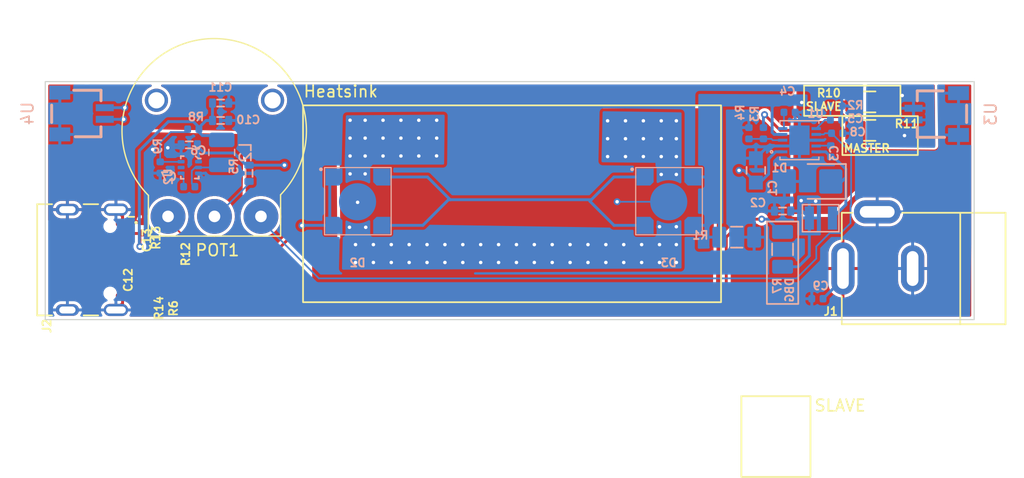
<source format=kicad_pcb>
(kicad_pcb (version 20211014) (generator pcbnew)
  (layers (0 "F.Cu" signal) (31 "B.Cu" signal) (34 "B.Paste" user) (35 "F.Paste" user) (36 "B.SilkS" user "B.Silkscreen") (37 "F.SilkS" user "F.Silkscreen") (38 "B.Mask" user) (39 "F.Mask" user) (44 "Edge.Cuts" user))
  (net 0 "")
  (net 1 "GND")
  (net 2 "+12V")
  (net 3 "Net-(C3-Pad1)")
  (net 4 "Net-(C3-Pad2)")
  (net 5 "Net-(C4-Pad2)")
  (net 6 "Net-(C5-Pad2)")
  (net 11 "SW")
  (net 12 "Net-(POT1-Pad2)")
  (net 13 "Net-(D2-Pad1)")
  (net 14 "Net-(C8-Pad2)")
  (net 15 "/LED DRIVER & USB-C Power output/VBUS")
  (net 16 "A_in")
  (net 17 "C_out")
  (net 18 "Thermal")
  (net 19 "Net-(C7-Pad1)")
  (net 20 "Net-(C7-Pad2)")
  (net 21 "Net-(R3-Pad2)")
  (net 22 "FB")
  (net 23 "Net-(TP1-Pad1)")
  (net 24 "Net-(R8-Pad1)")
  (net 25 "Net-(J2-PadA6)")
  (net 26 "Net-(J2-PadA7)")
  (net 27 "Net-(POT1-Pad1)")
  (footprint "antmicro-footprints:C_0402_1005Metric" (layer "F.Cu") (at 93.45 53.05 -90)
    (fp_text reference "C13" (at 0.001 -0.7 90) (layer "F.SilkS") (effects (font (size 0.7 0.7)) (justify right bottom)))
    (fp_text value "C_100n_0402")
    (pad "1" smd roundrect (at -0.484 0 270) (size 0.59 0.64) (layers "F.Cu" "F.Paste" "F.Mask") (net 1 "GND"))
    (pad "2" smd roundrect (at 0.484 0 270) (size 0.59 0.64) (layers "F.Cu" "F.Paste" "F.Mask") (net 15 "/LED DRIVER & USB-C Power output/VBUS"))
  )
  (footprint "antmicro-footprints:R_0402_1005Metric" (layer "F.Cu") (at 96.1 56.115 90)
    (fp_text reference "R12" (at -0.365 1.4 90) (layer "F.SilkS") (effects (font (size 0.7 0.7)) (justify left bottom)))
    (fp_text value "R_10k_0402")
    (pad "1" smd roundrect (at -0.485 0 90) (size 0.59 0.64) (layers "F.Cu" "F.Paste" "F.Mask") (net 1 "GND"))
    (pad "2" smd roundrect (at 0.485 0 90) (size 0.59 0.64) (layers "F.Cu" "F.Paste" "F.Mask") (net 26 "Net-(J2-PadA7)"))
  )
  (footprint "antmicro-footprints:BarrelJack_3167288_Horizontal" (layer "F.Cu") (at 153.7 56.6 90)
    (fp_text reference "J1" (at -4.1 -1.75 180) (layer "F.SilkS") (effects (font (size 0.7 0.7)) (justify left bottom)))
    (fp_text value "BarrelJack_3167288")
    (pad "1" thru_hole oval (at 0 0) (size 2 4.5) (drill oval 1 3.5) (layers *.Cu *.Mask) (net 2 "+12V"))
    (pad "2" thru_hole oval (at 4.879 2.948 270) (size 1.99 4) (drill oval 1 3) (layers *.Cu *.Mask) (net 1 "GND"))
    (pad "3" thru_hole oval (at 0 5.999 180) (size 2 4) (drill oval 1 3) (layers *.Cu *.Mask) (net 1 "GND"))
  )
  (footprint "antmicro-footprints:GCT_USB4105-GF-A" (layer "F.Cu") (at 88.159645 55.85 -90)
    (fp_text reference "J2" (at 5 2.609644 90) (layer "F.SilkS") (effects (font (size 0.7 0.7)) (justify right bottom)))
    (fp_text value "USB4105-GF-A")
    (pad "" np_thru_hole circle (at 2.89 -2.426 270) (size 0.65 0.65) (drill 0.65) (layers *.Cu *.Mask))
    (pad "" np_thru_hole circle (at -2.891 -2.426 270) (size 0.65 0.65) (drill 0.65) (layers *.Cu *.Mask))
    (pad "A1" smd roundrect (at -3.202 -3.5 270) (size 0.6 1.15) (layers "F.Cu" "F.Paste" "F.Mask") (net 1 "GND"))
    (pad "A4" smd roundrect (at -2.4 -3.5 270) (size 0.6 1.15) (layers "F.Cu" "F.Paste" "F.Mask") (net 15 "/LED DRIVER & USB-C Power output/VBUS"))
    (pad "A5" smd roundrect (at -1.25 -3.5 270) (size 0.3 1.15) (layers "F.Cu" "F.Paste" "F.Mask"))
    (pad "A6" smd roundrect (at -0.25 -3.5 270) (size 0.3 1.15) (layers "F.Cu" "F.Paste" "F.Mask") (net 25 "Net-(J2-PadA6)"))
    (pad "A7" smd roundrect (at 0.248 -3.5 270) (size 0.3 1.15) (layers "F.Cu" "F.Paste" "F.Mask") (net 26 "Net-(J2-PadA7)"))
    (pad "A8" smd roundrect (at 1.249 -3.5 270) (size 0.3 1.15) (layers "F.Cu" "F.Paste" "F.Mask"))
    (pad "A9" smd roundrect (at 2.398 -3.5 270) (size 0.6 1.15) (layers "F.Cu" "F.Paste" "F.Mask") (net 15 "/LED DRIVER & USB-C Power output/VBUS"))
    (pad "A12" smd roundrect (at 3.2 -3.5 270) (size 0.6 1.15) (layers "F.Cu" "F.Paste" "F.Mask") (net 1 "GND"))
    (pad "B1" smd roundrect (at 3.2 -3.5 270) (size 0.6 1.15) (layers "F.Cu" "F.Paste" "F.Mask") (net 1 "GND"))
    (pad "B4" smd roundrect (at 2.398 -3.5 270) (size 0.6 1.15) (layers "F.Cu" "F.Paste" "F.Mask") (net 15 "/LED DRIVER & USB-C Power output/VBUS"))
    (pad "B5" smd roundrect (at 1.749 -3.5 270) (size 0.3 1.15) (layers "F.Cu" "F.Paste" "F.Mask"))
    (pad "B6" smd roundrect (at 0.748 -3.5 270) (size 0.3 1.15) (layers "F.Cu" "F.Paste" "F.Mask") (net 25 "Net-(J2-PadA6)"))
    (pad "B7" smd roundrect (at -0.75 -3.5 270) (size 0.3 1.15) (layers "F.Cu" "F.Paste" "F.Mask") (net 26 "Net-(J2-PadA7)"))
    (pad "B8" smd roundrect (at -1.75 -3.5 270) (size 0.3 1.15) (layers "F.Cu" "F.Paste" "F.Mask"))
    (pad "B9" smd roundrect (at -2.4 -3.5 270) (size 0.6 1.15) (layers "F.Cu" "F.Paste" "F.Mask") (net 15 "/LED DRIVER & USB-C Power output/VBUS"))
    (pad "B12" smd roundrect (at -3.202 -3.5 270) (size 0.6 1.15) (layers "F.Cu" "F.Paste" "F.Mask") (net 1 "GND"))
    (pad "S1" thru_hole oval (at -4.321 -2.926 270) (size 1.05 2.1) (drill oval 0.6 1.7) (layers *.Cu *.Mask) (net 1 "GND"))
    (pad "S1" thru_hole oval (at -4.321 1.255 270) (size 1 2) (drill oval 0.6 1.4) (layers *.Cu *.Mask) (net 1 "GND"))
    (pad "S1" thru_hole oval (at 4.32 -2.926 270) (size 1.05 2.1) (drill oval 0.6 1.7) (layers *.Cu *.Mask) (net 1 "GND"))
    (pad "S1" thru_hole oval (at 4.32 1.255 270) (size 1 2) (drill oval 0.6 1.4) (layers *.Cu *.Mask) (net 1 "GND"))
  )
  (footprint "antmicro-footprints:R_1206_3216Metric" (layer "F.Cu") (at 156 44.7 180)
    (fp_text reference "R11" (at -4.3 0.15) (layer "F.SilkS") (effects (font (size 0.7 0.7)) (justify right bottom)))
    (fp_text value "R_0R_1206")
    (pad "1" smd roundrect (at -1.5 0 180) (size 1.2 1.8) (layers "F.Cu" "F.Paste" "F.Mask") (roundrect_rratio 0.15) (net 17 "C_out"))
    (pad "2" smd roundrect (at 1.499 0 180) (size 1.2 1.8) (layers "F.Cu" "F.Paste" "F.Mask") (roundrect_rratio 0.15) (net 11 "SW"))
  )
  (footprint "antmicro-footprints:R_0402_1005Metric" (layer "F.Cu") (at 94.85 56.115 90)
    (fp_text reference "R13" (at 1.05 0.1 90) (layer "F.SilkS") (effects (font (size 0.7 0.7)) (justify left bottom)))
    (fp_text value "R_100R_0402")
    (pad "1" smd roundrect (at -0.485 0 90) (size 0.59 0.64) (layers "F.Cu" "F.Paste" "F.Mask") (net 25 "Net-(J2-PadA6)"))
    (pad "2" smd roundrect (at 0.485 0 90) (size 0.59 0.64) (layers "F.Cu" "F.Paste" "F.Mask") (net 26 "Net-(J2-PadA7)"))
  )
  (footprint "antmicro-footprints:C_0402_1005Metric" (layer "F.Cu") (at 93.25 58.7 90)
    (fp_text reference "C12" (at 0.001 -0.7 90) (layer "F.SilkS") (effects (font (size 0.7 0.7)) (justify left bottom)))
    (fp_text value "C_100n_0402")
    (pad "1" smd roundrect (at -0.484 0 90) (size 0.59 0.64) (layers "F.Cu" "F.Paste" "F.Mask") (net 1 "GND"))
    (pad "2" smd roundrect (at 0.484 0 90) (size 0.59 0.64) (layers "F.Cu" "F.Paste" "F.Mask") (net 15 "/LED DRIVER & USB-C Power output/VBUS"))
  )
  (footprint "antmicro-footprints:R_0402_1005Metric" (layer "F.Cu") (at 96.1 58.35 -90)
    (fp_text reference "R6" (at 0.9 -0.35 90) (layer "F.SilkS") (effects (font (size 0.7 0.7)) (justify right bottom)))
    (fp_text value "R_20k_0402")
    (pad "1" smd roundrect (at -0.485 0 270) (size 0.59 0.64) (layers "F.Cu" "F.Paste" "F.Mask") (net 1 "GND"))
    (pad "2" smd roundrect (at 0.485 0 270) (size 0.59 0.64) (layers "F.Cu" "F.Paste" "F.Mask") (net 27 "Net-(POT1-Pad1)"))
  )
  (footprint "antmicro-footprints:R_1206_3216Metric" (layer "F.Cu") (at 156 42.25 180)
    (fp_text reference "R10" (at 2.4 0.35) (layer "F.SilkS") (effects (font (size 0.7 0.7)) (justify right bottom)))
    (fp_text value "R_0R_1206")
    (pad "1" smd roundrect (at -1.5 0 180) (size 1.2 1.8) (layers "F.Cu" "F.Paste" "F.Mask") (roundrect_rratio 0.15) (net 17 "C_out"))
    (pad "2" smd roundrect (at 1.499 0 180) (size 1.2 1.8) (layers "F.Cu" "F.Paste" "F.Mask") (roundrect_rratio 0.15) (net 22 "FB"))
  )
  (footprint "antmicro-footprints:Potentiometer_SRPassives_R0141-2_Horizontal" (layer "F.Cu") (at 99.5746 44.6118)
    (fp_text reference "POT1" (at 0.254 10.414 unlocked) (layer "F.SilkS"))
    (fp_text value "R0141-2-20k")
    (pad "" np_thru_hole circle (at -5 -2.5) (size 2 2) (drill 1.4) (layers F&B.Cu *.Mask))
    (pad "" np_thru_hole circle (at 5 -2.5) (size 2 2) (drill 1.4) (layers F&B.Cu *.Mask))
    (pad "1" thru_hole circle (at -4 7.5) (size 3 3) (drill 1) (layers *.Cu *.Mask) (net 27 "Net-(POT1-Pad1)"))
    (pad "2" thru_hole circle (at 0 7.5) (size 3 3) (drill 1) (layers *.Cu *.Mask) (net 12 "Net-(POT1-Pad2)"))
    (pad "3" thru_hole circle (at 4 7.5) (size 3 3) (drill 1) (layers *.Cu *.Mask) (net 14 "Net-(C8-Pad2)"))
  )
  (footprint "antmicro-footprints:R_0402_1005Metric" (layer "F.Cu") (at 94.85 58.265 90)
    (fp_text reference "R14" (at -2.85 0.35 90) (layer "F.SilkS") (effects (font (size 0.7 0.7)) (justify left bottom)))
    (fp_text value "R_10k_0402")
    (pad "1" smd roundrect (at -0.485 0 90) (size 0.59 0.64) (layers "F.Cu" "F.Paste" "F.Mask") (net 1 "GND"))
    (pad "2" smd roundrect (at 0.485 0 90) (size 0.59 0.64) (layers "F.Cu" "F.Paste" "F.Mask") (net 25 "Net-(J2-PadA6)"))
  )
  (footprint "antmicro-footprints:0402-res" (layer "B.Cu") (at 97.75 44.6)
    (fp_text reference "R8" (at -0.55 -0.65) (layer "B.SilkS") (effects (font (size 0.7 0.7)) (justify right bottom mirror)))
    (fp_text value "R_6k8_0402")
    (pad "1" smd roundrect (at -0.485 0) (size 0.59 0.64) (layers "B.Cu" "B.Paste" "B.Mask") (net 24 "Net-(R8-Pad1)"))
    (pad "2" smd roundrect (at 0.485 0) (size 0.59 0.64) (layers "B.Cu" "B.Paste" "B.Mask") (net 15 "/LED DRIVER & USB-C Power output/VBUS"))
  )
  (footprint "antmicro-footprints:SOT-563" (layer "B.Cu") (at 97.45 47.9 -90)
    (fp_text reference "U2" (at 0 1.85 90) (layer "B.SilkS") (effects (font (size 0.7 0.7)) (justify left mirror)))
    (fp_text value "AP62301Z6-7")
    (pad "1" smd roundrect (at -0.5 -0.748 270) (size 0.3 0.6) (layers "B.Cu" "B.Paste" "B.Mask") (net 2 "+12V"))
    (pad "2" smd roundrect (at 0 -0.748 270) (size 0.3 0.6) (layers "B.Cu" "B.Paste" "B.Mask") (net 20 "Net-(C7-Pad2)"))
    (pad "3" smd roundrect (at 0.498 -0.748 270) (size 0.3 0.6) (layers "B.Cu" "B.Paste" "B.Mask") (net 1 "GND"))
    (pad "4" smd roundrect (at 0.498 0.75 270) (size 0.3 0.6) (layers "B.Cu" "B.Paste" "B.Mask") (net 19 "Net-(C7-Pad1)"))
    (pad "5" smd roundrect (at 0 0.75 270) (size 0.3 0.6) (layers "B.Cu" "B.Paste" "B.Mask") (net 23 "Net-(TP1-Pad1)"))
    (pad "6" smd roundrect (at -0.5 0.75 270) (size 0.3 0.6) (layers "B.Cu" "B.Paste" "B.Mask") (net 24 "Net-(R8-Pad1)"))
  )
  (footprint "antmicro-footprints:L_1008_2520Metric" (layer "B.Cu") (at 100.2 46.6 90)
    (fp_text reference "L2" (at 0 2.05 90) (layer "B.SilkS") (effects (justify mirror)))
    (fp_text value "TFM252012ALMA3R3MTAA")
    (pad "1" smd roundrect locked (at -1.075 0 90) (size 1.25 2.2) (layers "B.Cu" "B.Paste" "B.Mask") (roundrect_rratio 0.2) (net 20 "Net-(C7-Pad2)"))
    (pad "2" smd roundrect locked (at 1.075 0 90) (size 1.25 2.2) (layers "B.Cu" "B.Paste" "B.Mask") (roundrect_rratio 0.2) (net 15 "/LED DRIVER & USB-C Power output/VBUS"))
  )
  (footprint "antmicro-footprints:0402-res" (layer "B.Cu") (at 146.85 44.949 -90)
    (fp_text reference "R3" (at -2.45 0.35 90) (layer "B.SilkS") (effects (font (size 0.7 0.7)) (justify left bottom mirror)))
    (fp_text value "R_18k_0402")
    (pad "1" smd roundrect (at -0.485 0 270) (size 0.59 0.64) (layers "B.Cu" "B.Paste" "B.Mask") (net 11 "SW"))
    (pad "2" smd roundrect (at 0.485 0 270) (size 0.59 0.64) (layers "B.Cu" "B.Paste" "B.Mask") (net 21 "Net-(R3-Pad2)"))
  )
  (footprint "antmicro-footprints:0402-cap" (layer "B.Cu") (at 149.1 43.15 180)
    (fp_text reference "C4" (at -0.6 1.4) (layer "B.SilkS") (effects (font (size 0.7 0.7)) (justify left bottom mirror)))
    (fp_text value "C_1n0_0402")
    (pad "1" smd roundrect (at -0.484 0 180) (size 0.59 0.64) (layers "B.Cu" "B.Paste" "B.Mask") (net 1 "GND"))
    (pad "2" smd roundrect (at 0.484 0 180) (size 0.59 0.64) (layers "B.Cu" "B.Paste" "B.Mask") (net 5 "Net-(C4-Pad2)"))
  )
  (footprint "antmicro-footprints:LZ1-00R802_4EP_4.4x4.4" (layer "B.Cu") (at 111.9445 50.8 180)
    (fp_text reference "D2" (at 0.0508 -5.3072 unlocked) (layer "B.SilkS") (effects (font (size 0.7 0.7)) (justify mirror)))
    (fp_text value "LZ1-00R802-0000")
    (pad "1" smd roundrect (at -2.032 2.0828) (size 1.47 1.47) (layers "B.Cu" "B.Paste" "B.Mask") (roundrect_rratio 0) (chamfer_ratio 0.2) (chamfer bottom_left) (net 13 "Net-(D2-Pad1)"))
    (pad "2" smd roundrect (at 2.0828 2.0828 90) (size 1.47 1.47) (layers "B.Cu" "B.Paste" "B.Mask") (roundrect_rratio 0) (chamfer_ratio 0.2) (chamfer bottom_left) (net 16 "A_in"))
    (pad "3" smd roundrect (at 2.0828 -2.0828 180) (size 1.47 1.47) (layers "B.Cu" "B.Paste" "B.Mask") (roundrect_rratio 0) (chamfer_ratio 0.2) (chamfer bottom_left) (net 16 "A_in"))
    (pad "4" smd roundrect (at -2.032 -2.0828 270) (size 1.47 1.47) (layers "B.Cu" "B.Paste" "B.Mask") (roundrect_rratio 0) (chamfer_ratio 0.2) (chamfer bottom_left) (net 13 "Net-(D2-Pad1)"))
    (pad "5" smd circle (at 0.0508 -0.0508 270) (size 3.2 3.2) (layers "B.Cu" "B.Paste" "B.Mask") (net 18 "Thermal"))
  )
  (footprint "antmicro-footprints:0603-res" (layer "B.Cu") (at 102.55 48.4 90)
    (fp_text reference "R5" (at -0.184 -0.9 90) (layer "B.SilkS") (effects (font (size 0.7 0.7)) (justify right bottom mirror)))
    (fp_text value "R_300k_0603")
    (pad "1" smd roundrect (at -0.7 0 90) (size 0.6 0.8) (layers "B.Cu" "B.Paste" "B.Mask") (roundrect_rratio 0.2) (net 12 "Net-(POT1-Pad2)"))
    (pad "2" smd roundrect (at 0.7 0 90) (size 0.6 0.8) (layers "B.Cu" "B.Paste" "B.Mask") (roundrect_rratio 0.2) (net 2 "+12V"))
  )
  (footprint "antmicro-footprints:0402-cap" (layer "B.Cu") (at 153.1 43.8 180)
    (fp_text reference "C5" (at -2.45 -0.3) (layer "B.SilkS") (effects (font (size 0.7 0.7)) (justify left bottom mirror)))
    (fp_text value "C_1n0_0402")
    (pad "1" smd roundrect (at -0.484 0 180) (size 0.59 0.64) (layers "B.Cu" "B.Paste" "B.Mask") (net 1 "GND"))
    (pad "2" smd roundrect (at 0.484 0 180) (size 0.59 0.64) (layers "B.Cu" "B.Paste" "B.Mask") (net 6 "Net-(C5-Pad2)"))
  )
  (footprint "antmicro-footprints:R_0402_1005Metric" (layer "B.Cu") (at 94.9 47.9 90)
    (fp_text reference "R9" (at 1.05 0.2 90) (layer "B.SilkS") (effects (font (size 0.7 0.7)) (justify right bottom mirror)))
    (fp_text value "R_1k3_0402")
    (pad "1" smd roundrect (at -0.485 0 90) (size 0.59 0.64) (layers "B.Cu" "B.Paste" "B.Mask") (net 1 "GND"))
    (pad "2" smd roundrect (at 0.485 0 90) (size 0.59 0.64) (layers "B.Cu" "B.Paste" "B.Mask") (net 24 "Net-(R8-Pad1)"))
  )
  (footprint "antmicro-footprints:0805-cap" (layer "B.Cu") (at 146.2 48.15 -90)
    (fp_text reference "C1" (at 0.75 -1.85 90) (layer "B.SilkS") (effects (font (size 0.7 0.7)) (justify left bottom mirror)))
    (fp_text value "C_10u_0805")
    (pad "1" smd rect (at -1.05 0 270) (size 1.2 1.2) (layers "B.Cu" "B.Paste" "B.Mask") (net 1 "GND"))
    (pad "2" smd rect (at 1.05 0 270) (size 1.2 1.2) (layers "B.Cu" "B.Paste" "B.Mask") (net 2 "+12V"))
  )
  (footprint "antmicro-footprints:0402-res" (layer "B.Cu") (at 153.1 42.6 180)
    (fp_text reference "R2" (at -2.45 -0.35) (layer "B.SilkS") (effects (font (size 0.7 0.7)) (justify left bottom mirror)))
    (fp_text value "R_39k_0402")
    (pad "1" smd roundrect (at -0.485 0 180) (size 0.59 0.64) (layers "B.Cu" "B.Paste" "B.Mask") (net 1 "GND"))
    (pad "2" smd roundrect (at 0.485 0 180) (size 0.59 0.64) (layers "B.Cu" "B.Paste" "B.Mask") (net 6 "Net-(C5-Pad2)"))
  )
  (footprint "antmicro-footprints:MP2483DQ-LF-P" (layer "B.Cu") (at 149.95 45.55)
    (fp_text reference "U1" (at 1.4 -2.3) (layer "B.SilkS") (effects (font (size 0.7 0.7)) (justify mirror)))
    (fp_text value "MP2483DQ-LF-P" hide)
    (pad "1" smd rect locked (at -1.4454 1.000001) (size 0.807999 0.2548) (layers "B.Cu" "B.Paste" "B.Mask") (net 2 "+12V"))
    (pad "2" smd rect locked (at -1.4454 0.499999) (size 0.807999 0.2548) (layers "B.Cu" "B.Paste" "B.Mask") (net 1 "GND"))
    (pad "3" smd rect locked (at -1.4454 0) (size 0.807999 0.2548) (layers "B.Cu" "B.Paste" "B.Mask") (net 21 "Net-(R3-Pad2)"))
    (pad "4" smd rect locked (at -1.4454 -0.499999) (size 0.807999 0.2548) (layers "B.Cu" "B.Paste" "B.Mask") (net 22 "FB"))
    (pad "5" smd rect locked (at -1.4454 -1.000001) (size 0.807999 0.2548) (layers "B.Cu" "B.Paste" "B.Mask") (net 5 "Net-(C4-Pad2)"))
    (pad "6" smd rect locked (at 1.4454 -1.000001) (size 0.807999 0.2548) (layers "B.Cu" "B.Paste" "B.Mask") (net 6 "Net-(C5-Pad2)"))
    (pad "7" smd rect locked (at 1.4454 -0.499999) (size 0.807999 0.2548) (layers "B.Cu" "B.Paste" "B.Mask") (net 14 "Net-(C8-Pad2)"))
    (pad "8" smd rect locked (at 1.4454 0) (size 0.807999 0.2548) (layers "B.Cu" "B.Paste" "B.Mask") (net 1 "GND"))
    (pad "9" smd rect locked (at 1.4454 0.499999) (size 0.807999 0.2548) (layers "B.Cu" "B.Paste" "B.Mask") (net 4 "Net-(C3-Pad2)"))
    (pad "10" smd rect locked (at 1.4454 1.000001) (size 0.807999 0.2548) (layers "B.Cu" "B.Paste" "B.Mask") (net 3 "Net-(C3-Pad1)"))
    (pad "EPAD" smd rect locked (at 0 0) (size 1.7526 2.54) (layers "B.Cu" "B.Paste" "B.Mask") (net 1 "GND"))
  )
  (footprint "antmicro-footprints:0603-cap" (layer "B.Cu") (at 148.5 51.65)
    (fp_text reference "C2" (at -2.9 -0.3) (layer "B.SilkS") (effects (font (size 0.7 0.7)) (justify right bottom mirror)))
    (fp_text value "C_2u2_0603")
    (pad "1" smd roundrect (at -0.7 0) (size 0.6 0.8) (layers "B.Cu" "B.Paste" "B.Mask") (roundrect_rratio 0.2) (net 1 "GND"))
    (pad "2" smd roundrect (at 0.7 0) (size 0.6 0.8) (layers "B.Cu" "B.Paste" "B.Mask") (roundrect_rratio 0.2) (net 11 "SW"))
  )
  (footprint "antmicro-footprints:C_0402_1005Metric" (layer "B.Cu") (at 153.2 44.95 180)
    (fp_text reference "C8" (at -2.55 -0.3) (layer "B.SilkS") (effects (font (size 0.7 0.7)) (justify left bottom mirror)))
    (fp_text value "C_100n_0402")
    (pad "1" smd roundrect (at -0.484 0 180) (size 0.59 0.64) (layers "B.Cu" "B.Paste" "B.Mask") (net 1 "GND"))
    (pad "2" smd roundrect (at 0.484 0 180) (size 0.59 0.64) (layers "B.Cu" "B.Paste" "B.Mask") (net 14 "Net-(C8-Pad2)"))
  )
  (footprint "antmicro-footprints:LZ1-00R802_4EP_4.4x4.4" (layer "B.Cu") (at 138.7445 50.8 180)
    (fp_text reference "D3" (at 0.0508 -5.3072 unlocked) (layer "B.SilkS") (effects (font (size 0.7 0.7)) (justify mirror)))
    (fp_text value "LZ1-00R802-0000")
    (pad "1" smd roundrect (at -2.032 2.0828) (size 1.47 1.47) (layers "B.Cu" "B.Paste" "B.Mask") (roundrect_rratio 0) (chamfer_ratio 0.2) (chamfer bottom_left) (net 22 "FB"))
    (pad "2" smd roundrect (at 2.0828 2.0828 90) (size 1.47 1.47) (layers "B.Cu" "B.Paste" "B.Mask") (roundrect_rratio 0) (chamfer_ratio 0.2) (chamfer bottom_left) (net 13 "Net-(D2-Pad1)"))
    (pad "3" smd roundrect (at 2.0828 -2.0828 180) (size 1.47 1.47) (layers "B.Cu" "B.Paste" "B.Mask") (roundrect_rratio 0) (chamfer_ratio 0.2) (chamfer bottom_left) (net 13 "Net-(D2-Pad1)"))
    (pad "4" smd roundrect (at -2.032 -2.0828 270) (size 1.47 1.47) (layers "B.Cu" "B.Paste" "B.Mask") (roundrect_rratio 0) (chamfer_ratio 0.2) (chamfer bottom_left) (net 22 "FB"))
    (pad "5" smd circle (at 0.0508 -0.0508 270) (size 3.2 3.2) (layers "B.Cu" "B.Paste" "B.Mask") (net 18 "Thermal"))
  )
  (footprint "antmicro-footprints:C_0603_1608Metric" (layer "B.Cu") (at 100.1 42.35 180)
    (fp_text reference "C11" (at -1.1 0.95) (layer "B.SilkS") (effects (font (size 0.7 0.7)) (justify left bottom mirror)))
    (fp_text value "C_22u_0603")
    (pad "1" smd roundrect (at -0.7 0 180) (size 0.6 0.8) (layers "B.Cu" "B.Paste" "B.Mask") (roundrect_rratio 0.2) (net 1 "GND"))
    (pad "2" smd roundrect (at 0.7 0 180) (size 0.6 0.8) (layers "B.Cu" "B.Paste" "B.Mask") (roundrect_rratio 0.2) (net 15 "/LED DRIVER & USB-C Power output/VBUS"))
  )
  (footprint "antmicro-footprints:R_1206_3216Metric" (layer "B.Cu") (at 148.5 54.95 -90)
    (fp_text reference "R7" (at 2.35 0.05 90) (layer "B.SilkS") (effects (font (size 0.7 0.7)) (justify left bottom mirror)))
    (fp_text value "R_0R_1206")
    (pad "1" smd roundrect (at -1.5 0 270) (size 1.2 1.8) (layers "B.Cu" "B.Paste" "B.Mask") (roundrect_rratio 0.15) (net 16 "A_in"))
    (pad "2" smd roundrect (at 1.499 0 270) (size 1.2 1.8) (layers "B.Cu" "B.Paste" "B.Mask") (roundrect_rratio 0.15) (net 11 "SW"))
  )
  (footprint "antmicro-footprints:JST_SM02B-SRSS-TB(LF)(SN)" (layer "B.Cu") (at 161.75 43.3 -90)
    (fp_text reference "U3" (at 0 -4.6736 90) (layer "B.SilkS") (effects (font (size 1.00248 1.00248)) (justify mirror)))
    (fp_text value "SM02B-SRSS-TB-LF-SN")
    (pad "1" smd rect (at -0.5 1.975 180) (size 1.55 0.6) (layers "B.Cu" "B.Paste" "B.Mask") (net 17 "C_out"))
    (pad "2" smd rect (at 0.5 1.975 180) (size 1.55 0.6) (layers "B.Cu" "B.Paste" "B.Mask") (net 17 "C_out"))
    (pad "3" smd rect (at -1.8 -1.9 180) (size 1.8 1.2) (layers "B.Cu" "B.Paste" "B.Mask") (net 1 "GND"))
    (pad "4" smd rect (at 1.8 -1.9 180) (size 1.8 1.2) (layers "B.Cu" "B.Paste" "B.Mask") (net 1 "GND"))
  )
  (footprint "antmicro-footprints:C_0402_1005Metric" (layer "B.Cu") (at 151.5 59.2)
    (fp_text reference "C9" (at -0.5 -0.7) (layer "B.SilkS") (effects (font (size 0.7 0.7)) (justify right bottom mirror)))
    (fp_text value "C_100n_0402")
    (pad "1" smd roundrect (at -0.484 0) (size 0.59 0.64) (layers "B.Cu" "B.Paste" "B.Mask") (net 1 "GND"))
    (pad "2" smd roundrect (at 0.484 0) (size 0.59 0.64) (layers "B.Cu" "B.Paste" "B.Mask") (net 2 "+12V"))
  )
  (footprint "antmicro-footprints:DO-214AC" (layer "B.Cu") (at 150.65 49.1 180)
    (fp_text reference "D1" (at 3.2 0.75) (layer "B.SilkS") (effects (font (size 0.7 0.7)) (justify right bottom mirror)))
    (fp_text value "B360A-M3")
    (pad "A" smd roundrect (at 1.999 0 180) (size 2 2.1) (layers "B.Cu" "B.Paste" "B.Mask") (roundrect_rratio 0.1) (net 1 "GND"))
    (pad "K" smd roundrect (at -2 0 180) (size 2 2.1) (layers "B.Cu" "B.Paste" "B.Mask") (roundrect_rratio 0.1) (net 3 "Net-(C3-Pad1)"))
  )
  (footprint "antmicro-footprints:C_0402_1005Metric" (layer "B.Cu") (at 97.4 49.55)
    (fp_text reference "C7" (at -2.55 -0.45) (layer "B.SilkS") (effects (font (size 0.7 0.7)) (justify right bottom mirror)))
    (fp_text value "C_100n_0402")
    (pad "1" smd roundrect (at -0.484 0) (size 0.59 0.64) (layers "B.Cu" "B.Paste" "B.Mask") (net 19 "Net-(C7-Pad1)"))
    (pad "2" smd roundrect (at 0.484 0) (size 0.59 0.64) (layers "B.Cu" "B.Paste" "B.Mask") (net 20 "Net-(C7-Pad2)"))
  )
  (footprint "antmicro-footprints:JST_SM02B-SRSS-TB(LF)(SN)" (layer "B.Cu") (at 88.15 43.25 90)
    (fp_text reference "U4" (at 0 -4.6736 90) (layer "B.SilkS") (effects (font (size 1.00248 1.00248)) (justify mirror)))
    (fp_text value "SM02B-SRSS-TB-LF-SN")
    (pad "1" smd rect (at -0.5 1.975) (size 1.55 0.6) (layers "B.Cu" "B.Paste" "B.Mask") (net 16 "A_in"))
    (pad "2" smd rect (at 0.5 1.975) (size 1.55 0.6) (layers "B.Cu" "B.Paste" "B.Mask") (net 16 "A_in"))
    (pad "3" smd rect (at -1.8 -1.9) (size 1.8 1.2) (layers "B.Cu" "B.Paste" "B.Mask") (net 1 "GND"))
    (pad "4" smd rect (at 1.8 -1.9) (size 1.8 1.2) (layers "B.Cu" "B.Paste" "B.Mask") (net 1 "GND"))
  )
  (footprint "antmicro-footprints:1206-res" (layer "B.Cu") (at 144.55 53.9 180)
    (fp_text reference "R1" (at 2.35 -0.25) (layer "B.SilkS") (effects (font (size 0.7 0.7)) (justify left bottom mirror)))
    (fp_text value "R_0R2_1206")
    (pad "1" smd roundrect (at -1.5 0 180) (size 1.2 1.8) (layers "B.Cu" "B.Paste" "B.Mask") (roundrect_rratio 0.15) (net 1 "GND"))
    (pad "2" smd roundrect (at 1.499 0 180) (size 1.2 1.8) (layers "B.Cu" "B.Paste" "B.Mask") (roundrect_rratio 0.15) (net 22 "FB"))
  )
  (footprint "antmicro-footprints:C_0402_1005Metric" (layer "B.Cu") (at 152.65 46.5 90)
    (fp_text reference "C3" (at -0.95 0.7 90) (layer "B.SilkS") (effects (font (size 0.7 0.7)) (justify right bottom mirror)))
    (fp_text value "C_100n_0402")
    (pad "1" smd roundrect (at -0.484 0 90) (size 0.59 0.64) (layers "B.Cu" "B.Paste" "B.Mask") (net 3 "Net-(C3-Pad1)"))
    (pad "2" smd roundrect (at 0.484 0 90) (size 0.59 0.64) (layers "B.Cu" "B.Paste" "B.Mask") (net 4 "Net-(C3-Pad2)"))
  )
  (footprint "antmicro-footprints:R_0402_1005Metric" (layer "B.Cu") (at 145.6 44.949 90)
    (fp_text reference "R4" (at 1 -0.35 90) (layer "B.SilkS") (effects (font (size 0.7 0.7)) (justify right bottom mirror)))
    (fp_text value "R_2k_0402")
    (pad "1" smd roundrect (at -0.485 0 90) (size 0.59 0.64) (layers "B.Cu" "B.Paste" "B.Mask") (net 21 "Net-(R3-Pad2)"))
    (pad "2" smd roundrect (at 0.485 0 90) (size 0.59 0.64) (layers "B.Cu" "B.Paste" "B.Mask") (net 1 "GND"))
  )
  (footprint "antmicro-footprints:C_0603_1608Metric" (layer "B.Cu") (at 97.4 45.95)
    (fp_text reference "C6" (at 0 0.9) (layer "B.SilkS") (effects (font (size 0.7 0.7)) (justify right bottom mirror)))
    (fp_text value "C_10u_25V_0603")
    (pad "1" smd roundrect (at -0.7 0) (size 0.6 0.8) (layers "B.Cu" "B.Paste" "B.Mask") (roundrect_rratio 0.2) (net 1 "GND"))
    (pad "2" smd roundrect (at 0.7 0) (size 0.6 0.8) (layers "B.Cu" "B.Paste" "B.Mask") (roundrect_rratio 0.2) (net 2 "+12V"))
  )
  (footprint "antmicro-footprints:C_0603_1608Metric" (layer "B.Cu") (at 100.1 43.85 180)
    (fp_text reference "C10" (at -3.5 -0.35) (layer "B.SilkS") (effects (font (size 0.7 0.7)) (justify left bottom mirror)))
    (fp_text value "C_22u_0603")
    (pad "1" smd roundrect (at -0.7 0 180) (size 0.6 0.8) (layers "B.Cu" "B.Paste" "B.Mask") (roundrect_rratio 0.2) (net 1 "GND"))
    (pad "2" smd roundrect (at 0.7 0 180) (size 0.6 0.8) (layers "B.Cu" "B.Paste" "B.Mask") (roundrect_rratio 0.2) (net 15 "/LED DRIVER & USB-C Power output/VBUS"))
  )
  (footprint "antmicro-footprints:SRP2512A-1R0M" (layer "B.Cu") (at 151.55 52.25 180)
    (fp_text reference "L1" hide)
    (fp_text value "SRP2512A-4R7M" hide)
    (pad "1" smd rect locked (at -1.25 0 90) (size 2 0.8) (layers "B.Cu" "B.Paste" "B.Mask") (net 3 "Net-(C3-Pad1)"))
    (pad "2" smd rect locked (at 0.75 0 90) (size 2 0.8) (layers "B.Cu" "B.Paste" "B.Mask") (net 11 "SW"))
  )
  (gr_rect (start 149.85 52.55) (end 147.15 59.65) (layer "B.SilkS") (width 0.15) (fill none))
  (gr_rect (start 158.65 40.85) (end 150.35 43.45) (layer "F.SilkS") (width 0.15) (fill none))
  (gr_rect (start 153.65 43.475) (end 160.15 46.825) (layer "F.SilkS") (width 0.15) (fill none))
  (gr_rect (start 144.951 67.6) (end 150.901 74.55) (layer "F.SilkS") (width 0.15) (fill none))
  (gr_rect (start 143.2 59.5) (end 107.2 42.55) (layer "F.SilkS") (width 0.15) (fill none))
  (gr_rect (start 85 40.5) (end 165 61) (layer "Edge.Cuts") (width 0.1) (fill none))
  (gr_text "DBG\n" (at 149.1 58.45 90) (layer "B.SilkS") (effects (font (size 0.7 0.7)) (justify mirror)))
  (gr_text "SLAVE\n" (at 152.05 42.65) (layer "F.SilkS") (effects (font (size 0.7 0.7))))
  (gr_text "MASTER\n" (at 155.75 46.25) (layer "F.SilkS") (effects (font (size 0.7 0.7))))
  (gr_text "Heatsink\n" (at 110.45 41.35) (layer "F.SilkS") (effects (font (size 1 1))))
  (gr_text "SLAVE" (at 153.451 68.4) (layer "F.SilkS") (effects (font (size 1 1))))
  (segment (start 91.659645 59.596) (end 91.085645 60.17) (width 0.25) (layer "F.Cu") (net 1))
  (segment (start 95.45 58.45) (end 96.02 57.88) (width 0.25) (layer "F.Cu") (net 1))
  (segment (start 91.659645 59.05) (end 93.116 59.05) (width 0.25) (layer "F.Cu") (net 1))
  (segment (start 93.15 52.616) (end 91.691645 52.616) (width 0.25) (layer "F.Cu") (net 1))
  (segment (start 96.1 56.6) (end 96.1 57.78) (width 0.25) (layer "F.Cu") (net 1))
  (segment (start 93.25 59.184) (end 94.416 59.184) (width 0.25) (layer "F.Cu") (net 1))
  (segment (start 91.659645 59.05) (end 91.659645 59.596) (width 0.25) (layer "F.Cu") (net 1))
  (segment (start 91.659645 52.103) (end 91.085645 51.529) (width 0.25) (layer "F.Cu") (net 1))
  (segment (start 94.416 59.184) (end 94.85 58.75) (width 0.25) (layer "F.Cu") (net 1))
  (segment (start 94.85 58.75) (end 95.15 58.45) (width 0.25) (layer "F.Cu") (net 1))
  (segment (start 95.15 58.45) (end 95.45 58.45) (width 0.25) (layer "F.Cu") (net 1))
  (segment (start 91.659645 52.648) (end 91.659645 52.103) (width 0.25) (layer "F.Cu") (net 1))
  (via (at 95.55 46.2) (size 0.6) (drill 0.3) (layers "F.Cu" "B.Cu") (net 1))
  (via (at 94.25 46.35) (size 0.6) (drill 0.3) (layers "F.Cu" "B.Cu") (net 1))
  (segment (start 98.65 50.3) (end 96.2 50.3) (width 0.25) (layer "B.Cu") (net 1))
  (segment (start 151.3954 45.55) (end 149.95 45.55) (width 0.25) (layer "B.Cu") (net 1))
  (segment (start 148.5046 46.049999) (end 147.250001 46.049999) (width 0.25) (layer "B.Cu") (net 1))
  (segment (start 96.2 50.3) (end 94.9 49) (width 0.25) (layer "B.Cu") (net 1))
  (segment (start 98.75 50.2) (end 98.65 50.3) (width 0.25) (layer "B.Cu") (net 1))
  (segment (start 149.95 45.55) (end 149.95 43.516) (width 0.25) (layer "B.Cu") (net 1))
  (segment (start 146.05 52.116116) (end 146.516116 51.65) (width 0.25) (layer "B.Cu") (net 1))
  (segment (start 96.45 46.2) (end 96.7 45.95) (width 0.25) (layer "B.Cu") (net 1))
  (segment (start 147.250001 46.049999) (end 146.2 47.1) (width 0.25) (layer "B.Cu") (net 1))
  (segment (start 98.198 48.398) (end 98.75 48.95) (width 0.25) (layer "B.Cu") (net 1))
  (segment (start 95.55 46.2) (end 96.45 46.2) (width 0.25) (layer "B.Cu") (net 1))
  (segment (start 146.516116 51.65) (end 147.8 51.65) (width 0.25) (layer "B.Cu") (net 1))
  (segment (start 98.75 48.95) (end 98.75 50.2) (width 0.25) (layer "B.Cu") (net 1))
  (segment (start 94.9 49) (end 94.9 48.385) (width 0.25) (layer "B.Cu") (net 1))
  (segment (start 148.5046 46.049999) (end 149.450001 46.049999) (width 0.25) (layer "B.Cu") (net 1))
  (segment (start 149.95 43.516) (end 149.584 43.15) (width 0.25) (layer "B.Cu") (net 1))
  (segment (start 146.05 53.9) (end 146.05 52.116116) (width 0.25) (layer "B.Cu") (net 1))
  (via (at 105.6 47.7) (size 0.6) (drill 0.3) (layers "F.Cu" "B.Cu") (net 2))
  (via (at 144.75 48.15) (size 0.6) (drill 0.3) (layers "F.Cu" "B.Cu") (net 2))
  (segment (start 98.3 47.298) (end 98.198 47.4) (width 0.25) (layer "B.Cu") (net 2))
  (segment (start 151.984 59.2) (end 153.7 57.484) (width 0.25) (layer "B.Cu") (net 2))
  (segment (start 147.3 47.15) (end 147.3 48.45) (width 0.25) (layer "B.Cu") (net 2))
  (segment (start 101.248528 46.65) (end 98.684 46.65) (width 0.25) (layer "B.Cu") (net 2))
  (segment (start 102.298528 47.7) (end 101.248528 46.65) (width 0.25) (layer "B.Cu") (net 2))
  (segment (start 148.5046 46.550001) (end 147.899999 46.550001) (width 0.25) (layer "B.Cu") (net 2))
  (segment (start 147.899999 46.550001) (end 147.3 47.15) (width 0.25) (layer "B.Cu") (net 2))
  (segment (start 98.2 46.3) (end 98.2 46.65) (width 0.25) (layer "B.Cu") (net 2))
  (segment (start 98.684 46.65) (end 98.234 46.2) (width 0.25) (layer "B.Cu") (net 2))
  (segment (start 98.2 46.65) (end 98.2 47.298) (width 0.25) (layer "B.Cu") (net 2))
  (segment (start 102.55 47.7) (end 105.6 47.7) (width 0.25) (layer "B.Cu") (net 2))
  (segment (start 147.3 48.45) (end 146.55 49.2) (width 0.25) (layer "B.Cu") (net 2))
  (segment (start 144.75 48.15) (end 145.15 48.15) (width 0.25) (layer "B.Cu") (net 2))
  (segment (start 145.15 48.15) (end 146.2 49.2) (width 0.25) (layer "B.Cu") (net 2))
  (segment (start 152.65 49.1) (end 153.6 49.1) (width 0.25) (layer "B.Cu") (net 3))
  (segment (start 152.216001 46.550001) (end 152.65 46.984) (width 0.25) (layer "B.Cu") (net 3))
  (segment (start 153.6 49.1) (end 153.9 48.8) (width 0.25) (layer "B.Cu") (net 3))
  (segment (start 151.3954 46.550001) (end 152.216001 46.550001) (width 0.25) (layer "B.Cu") (net 3))
  (segment (start 152.65 46.984) (end 152.890107 46.984) (width 0.25) (layer "B.Cu") (net 3))
  (segment (start 153.949 51.101) (end 152.8 52.25) (width 0.25) (layer "B.Cu") (net 3))
  (segment (start 152.890107 46.984) (end 153.949 48.042893) (width 0.25) (layer "B.Cu") (net 3))
  (segment (start 153.949 48.042893) (end 153.949 51.101) (width 0.25) (layer "B.Cu") (net 3))
  (segment (start 152.65 46.016) (end 151.429399 46.016) (width 0.15) (layer "B.Cu") (net 4))
  (segment (start 148.616 43.15) (end 148.616 44.438599) (width 0.15) (layer "B.Cu") (net 5))
  (segment (start 148.616 44.438599) (end 148.5046 44.549999) (width 0.15) (layer "B.Cu") (net 5))
  (segment (start 152.145399 43.8) (end 151.3954 44.549999) (width 0.15) (layer "B.Cu") (net 6))
  (segment (start 152.615 42.6) (end 152.615 43.799) (width 0.15) (layer "B.Cu") (net 6))
  (segment (start 152.616 43.8) (end 152.145399 43.8) (width 0.15) (layer "B.Cu") (net 6))
  (segment (start 148.298923 44.7) (end 154.501 44.7) (width 0.25) (layer "F.Cu") (net 11))
  (segment (start 146.948423 43.3495) (end 148.298923 44.7) (width 0.25) (layer "F.Cu") (net 11))
  (via (at 146.948423 43.3495) (size 0.6) (drill 0.3) (layers "F.Cu" "B.Cu") (net 11))
  (via (at 151.35 50.8) (size 0.6) (drill 0.3) (layers "F.Cu" "B.Cu") (net 11))
  (via (at 150.1 50.75) (size 0.6) (drill 0.3) (layers "F.Cu" "B.Cu") (net 11))
  (segment (start 150.8 55.5) (end 150.8 52.25) (width 0.25) (layer "B.Cu") (net 11))
  (segment (start 146.948423 43.3495) (end 146.85 43.447923) (width 0.25) (layer "B.Cu") (net 11))
  (segment (start 149.2 51.65) (end 150.2 51.65) (width 0.25) (layer "B.Cu") (net 11))
  (segment (start 149.851 56.449) (end 150.8 55.5) (width 0.25) (layer "B.Cu") (net 11))
  (segment (start 149.851 56.449) (end 148.5 56.449) (width 0.25) (layer "B.Cu") (net 11))
  (segment (start 146.85 43.447923) (end 146.85 44.464) (width 0.25) (layer "B.Cu") (net 11))
  (segment (start 150.2 51.65) (end 150.8 52.25) (width 0.25) (layer "B.Cu") (net 11))
  (segment (start 102.55 49.2864) (end 99.4746 52.3618) (width 0.15) (layer "B.Cu") (net 12))
  (segment (start 119.875 50.675) (end 119.725 50.675) (width 0.25) (layer "B.Cu") (net 13))
  (segment (start 113.9765 52.8828) (end 117.5172 52.8828) (width 0.25) (layer "B.Cu") (net 13))
  (segment (start 133.9828 52.8828) (end 136.6617 52.8828) (width 0.25) (layer "B.Cu") (net 13))
  (segment (start 132.025 50.675) (end 119.875 50.675) (width 0.25) (layer "B.Cu") (net 13))
  (segment (start 131.9 50.8) (end 133.9828 52.8828) (width 0.25) (layer "B.Cu") (net 13))
  (segment (start 119.875 50.675) (end 117.9172 48.7172) (width 0.25) (layer "B.Cu") (net 13))
  (segment (start 133.9828 48.7172) (end 132.025 50.675) (width 0.25) (layer "B.Cu") (net 13))
  (segment (start 136.6617 48.7172) (end 133.9828 48.7172) (width 0.25) (layer "B.Cu") (net 13))
  (segment (start 117.5172 52.8828) (end 119.725 50.675) (width 0.25) (layer "B.Cu") (net 13))
  (segment (start 132.025 50.675) (end 131.9 50.8) (width 0.25) (layer "B.Cu") (net 13))
  (segment (start 117.9172 48.7172) (end 113.9765 48.7172) (width 0.25) (layer "B.Cu") (net 13))
  (segment (start 151.4 54.7) (end 152.55 53.55) (width 0.15) (layer "B.Cu") (net 14))
  (segment (start 154.348 52.702) (end 154.348 51.184593) (width 0.15) (layer "B.Cu") (net 14))
  (segment (start 152.55 53.55) (end 153.5 53.55) (width 0.15) (layer "B.Cu") (net 14))
  (segment (start 108.5618 57.449) (end 149.699529 57.449) (width 0.15) (layer "B.Cu") (net 14))
  (segment (start 154.4 46.634) (end 152.716 44.95) (width 0.15) (layer "B.Cu") (net 14))
  (segment (start 151.4 55.748529) (end 151.4 54.7) (width 0.15) (layer "B.Cu") (net 14))
  (segment (start 154.348 51.184593) (end 154.4 51.132593) (width 0.15) (layer "B.Cu") (net 14))
  (segment (start 152.716 44.95) (end 152.15 44.95) (width 0.15) (layer "B.Cu") (net 14))
  (segment (start 153.5 53.55) (end 154.348 52.702) (width 0.15) (layer "B.Cu") (net 14))
  (segment (start 152.05 45.05) (end 151.3954 45.050001) (width 0.15) (layer "B.Cu") (net 14))
  (segment (start 103.4746 52.3618) (end 108.5618 57.449) (width 0.15) (layer "B.Cu") (net 14))
  (segment (start 154.4 51.132593) (end 154.4 46.634) (width 0.15) (layer "B.Cu") (net 14))
  (segment (start 149.699529 57.449) (end 151.4 55.748529) (width 0.15) (layer "B.Cu") (net 14))
  (segment (start 152.15 44.95) (end 152.05 45.05) (width 0.15) (layer "B.Cu") (net 14))
  (segment (start 91.119952 53.45) (end 90.334645 54.235307) (width 0.25) (layer "F.Cu") (net 15))
  (segment (start 90.334645 54.235307) (end 90.334645 57.463693) (width 0.25) (layer "F.Cu") (net 15))
  (segment (start 93.25 58.216) (end 91.691645 58.216) (width 0.25) (layer "F.Cu") (net 15))
  (segment (start 93.15 54.7) (end 93.15 53.584) (width 0.25) (layer "F.Cu") (net 15))
  (segment (start 93.15 53.584) (end 91.793645 53.584) (width 0.25) (layer "F.Cu") (net 15))
  (segment (start 91.118952 58.248) (end 91.659645 58.248) (width 0.25) (layer "F.Cu") (net 15))
  (segment (start 91.659645 53.45) (end 91.119952 53.45) (width 0.25) (layer "F.Cu") (net 15))
  (segment (start 90.334645 57.463693) (end 91.118952 58.248) (width 0.25) (layer "F.Cu") (net 15))
  (via (at 93.15 54.7) (size 0.6) (drill 0.3) (layers "F.Cu" "B.Cu") (net 15))
  (segment (start 98.535 45.15) (end 99.825 45.15) (width 0.25) (layer "B.Cu") (net 15))
  (segment (start 95.6 43.95) (end 97.75 43.95) (width 0.25) (layer "B.Cu") (net 15))
  (segment (start 98.235 44.85) (end 98.535 45.15) (width 0.25) (layer "B.Cu") (net 15))
  (segment (start 99.4 43.85) (end 98.85 43.85) (width 0.25) (layer "B.Cu") (net 15))
  (segment (start 99.4 42.35) (end 99.4 43.85) (width 0.25) (layer "B.Cu") (net 15))
  (segment (start 98.85 43.85) (end 98.235 44.465) (width 0.25) (layer "B.Cu") (net 15))
  (segment (start 93.15 54.7) (end 93.1 54.65) (width 0.25) (layer "B.Cu") (net 15))
  (segment (start 93.1 54.65) (end 93.1 46.45) (width 0.25) (layer "B.Cu") (net 15))
  (segment (start 93.1 46.45) (end 95.6 43.95) (width 0.25) (layer "B.Cu") (net 15))
  (segment (start 98.235 44.465) (end 98.235 44.85) (width 0.25) (layer "B.Cu") (net 15))
  (segment (start 97.75 43.95) (end 98.235 44.435) (width 0.25) (layer "B.Cu") (net 15))
  (segment (start 98.235 44.435) (end 98.235 44.465) (width 0.25) (layer "B.Cu") (net 15))
  (segment (start 107.1 52.9) (end 105.2 54.8) (width 0.25) (layer "F.Cu") (net 16))
  (segment (start 143.65 58.9) (end 143.65 53.9) (width 0.25) (layer "F.Cu") (net 16))
  (segment (start 142.95 59.6) (end 143.65 58.9) (width 0.25) (layer "F.Cu") (net 16))
  (segment (start 105.2 54.8) (end 105.2 57.55) (width 0.25) (layer "F.Cu") (net 16))
  (segment (start 105.2 57.55) (end 107.25 59.6) (width 0.25) (layer "F.Cu") (net 16))
  (segment (start 143.65 53.9) (end 145.2 52.35) (width 0.25) (layer "F.Cu") (net 16))
  (segment (start 145.2 52.35) (end 146.7 52.35) (width 0.25) (layer "F.Cu") (net 16))
  (segment (start 107.25 59.6) (end 142.95 59.6) (width 0.25) (layer "F.Cu") (net 16))
  (via (at 107.1 52.9) (size 0.6) (drill 0.3) (layers "F.Cu" "B.Cu") (net 16))
  (via (at 91.75 43.75) (size 0.6) (drill 0.3) (layers "F.Cu" "B.Cu") (net 16))
  (via (at 146.7 52.35) (size 0.6) (drill 0.3) (layers "F.Cu" "B.Cu") (net 16))
  (via (at 91.85 42.75) (size 0.6) (drill 0.3) (layers "F.Cu" "B.Cu") (net 16))
  (segment (start 146.7 52.35) (end 147.2 52.35) (width 0.25) (layer "B.Cu") (net 16))
  (segment (start 91.75 43.75) (end 90.125 43.75) (width 0.25) (layer "B.Cu") (net 16))
  (segment (start 90.125 42.75) (end 91.85 42.75) (width 0.25) (layer "B.Cu") (net 16))
  (segment (start 107.1 52.9) (end 107.1172 52.8828) (width 0.25) (layer "B.Cu") (net 16))
  (segment (start 107.1172 52.8828) (end 109.8617 52.8828) (width 0.25) (layer "B.Cu") (net 16))
  (segment (start 147.2 52.35) (end 148.3 53.45) (width 0.25) (layer "B.Cu") (net 16))
  (segment (start 109.5 49.0789) (end 109.5 52.5211) (width 0.25) (layer "B.Cu") (net 16))
  (via (at 158.8 41.7) (size 0.6) (drill 0.3) (layers "F.Cu" "B.Cu") (net 17))
  (via (at 159 45.15) (size 0.6) (drill 0.3) (layers "F.Cu" "B.Cu") (net 17))
  (via (at 111.25 43.83) (size 0.6) (drill 0.3) (layers "F.Cu" "B.Cu") (net 18))
  (via (at 125.58 54.54) (size 0.6) (drill 0.3) (layers "F.Cu" "B.Cu") (net 18))
  (via (at 111.25 45.37) (size 0.6) (drill 0.3) (layers "F.Cu" "B.Cu") (net 18))
  (via (at 114.09 46.91) (size 0.6) (drill 0.3) (layers "F.Cu" "B.Cu") (net 18))
  (via (at 111.25 46.91) (size 0.6) (drill 0.3) (layers "F.Cu" "B.Cu") (net 18))
  (via (at 118.7 46.9) (size 0.6) (drill 0.3) (layers "F.Cu" "B.Cu") (net 18))
  (via (at 122.5 54.54) (size 0.6) (drill 0.3) (layers "F.Cu" "B.Cu") (net 18))
  (via (at 136.51 45.42) (size 0.6) (drill 0.3) (layers "F.Cu" "B.Cu") (net 18))
  (via (at 117.88 54.54) (size 0.6) (drill 0.3) (layers "F.Cu" "B.Cu") (net 18))
  (via (at 133.28 54.54) (size 0.6) (drill 0.3) (layers "F.Cu" "B.Cu") (net 18))
  (via (at 130.2 54.54) (size 0.6) (drill 0.3) (layers "F.Cu" "B.Cu") (net 18))
  (via (at 111.72 56.08) (size 0.6) (drill 0.3) (layers "F.Cu" "B.Cu") (net 18))
  (via (at 134.97 45.42) (size 0.6) (drill 0.3) (layers "F.Cu" "B.Cu") (net 18))
  (via (at 117.17 43.83) (size 0.6) (drill 0.3) (layers "F.Cu" "B.Cu") (net 18))
  (via (at 131.74 54.54) (size 0.6) (drill 0.3) (layers "F.Cu" "B.Cu") (net 18))
  (via (at 112.55 48.45) (size 0.6) (drill 0.3) (layers "F.Cu" "B.Cu") (net 18))
  (via (at 112.55 45.37) (size 0.6) (drill 0.3) (layers "F.Cu" "B.Cu") (net 18))
  (via (at 138.05 48.5) (size 0.6) (drill 0.3) (layers "F.Cu" "B.Cu") (net 18))
  (via (at 114.09 43.83) (size 0.6) (drill 0.3) (layers "F.Cu" "B.Cu") (net 18))
  (via (at 128.66 54.54) (size 0.6) (drill 0.3) (layers "F.Cu" "B.Cu") (net 18))
  (via (at 134.97 46.96) (size 0.6) (drill 0.3) (layers "F.Cu" "B.Cu") (net 18))
  (via (at 133.43 46.96) (size 0.6) (drill 0.3) (layers "F.Cu" "B.Cu") (net 18))
  (via (at 119.42 56.08) (size 0.6) (drill 0.3) (layers "F.Cu" "B.Cu") (net 18))
  (via (at 139.35 45.42) (size 0.6) (drill 0.3) (layers "F.Cu" "B.Cu") (net 18))
  (via (at 134.97 43.88) (size 0.6) (drill 0.3) (layers "F.Cu" "B.Cu") (net 18))
  (via (at 112.6 53.05) (size 0.6) (drill 0.3) (layers "F.Cu" "B.Cu") (net 18))
  (via (at 133.43 45.42) (size 0.6) (drill 0.3) (layers "F.Cu" "B.Cu") (net 18))
  (via (at 139.35 54.54) (size 0.6) (drill 0.3) (layers "F.Cu" "B.Cu") (net 18))
  (via (at 134.82 54.54) (size 0.6) (drill 0.3) (layers "F.Cu" "B.Cu") (net 18))
  (via (at 111.25 48.45) (size 0.6) (drill 0.3) (layers "F.Cu" "B.Cu") (net 18))
  (via (at 137.9 54.54) (size 0.6) (drill 0.3) (layers "F.Cu" "B.Cu") (net 18))
  (via (at 138.05 46.96) (size 0.6) (drill 0.3) (layers "F.Cu" "B.Cu") (net 18))
  (via (at 137.9 56.08) (size 0.6) (drill 0.3) (layers "F.Cu" "B.Cu") (net 18))
  (via (at 128.66 56.08) (size 0.6) (drill 0.3) (layers "F.Cu" "B.Cu") (net 18))
  (via (at 122.5 56.08) (size 0.6) (drill 0.3) (layers "F.Cu" "B.Cu") (net 18))
  (via (at 114.8 54.54) (size 0.6) (drill 0.3) (layers "F.Cu" "B.Cu") (net 18))
  (via (at 139.35 48.5) (size 0.6) (drill 0.3) (layers "F.Cu" "B.Cu") (net 18))
  (via (at 111.2 53.05) (size 0.6) (drill 0.3) (layers "F.Cu" "B.Cu") (net 18))
  (via (at 124.04 56.08) (size 0.6) (drill 0.3) (layers "F.Cu" "B.Cu") (net 18))
  (via (at 137.9 53) (size 0.6) (drill 0.3) (layers "F.Cu" "B.Cu") (net 18))
  (via (at 113.26 56.08) (size 0.6) (drill 0.3) (layers "F.Cu" "B.Cu") (net 18))
  (via (at 127.12 54.54) (size 0.6) (drill 0.3) (layers "F.Cu" "B.Cu") (net 18))
  (via (at 131.74 56.08) (size 0.6) (drill 0.3) (layers "F.Cu" "B.Cu") (net 18))
  (via (at 134.82 56.08) (size 0.6) (drill 0.3) (layers "F.Cu" "B.Cu") (net 18))
  (via (at 124.04 54.54) (size 0.6) (drill 0.3) (layers "F.Cu" "B.Cu") (net 18))
  (via (at 133.28 56.08) (size 0.6) (drill 0.3) (layers "F.Cu" "B.Cu") (net 18))
  (via (at 116.34 54.54) (size 0.6) (drill 0.3) (layers "F.Cu" "B.Cu") (net 18))
  (via (at 136.36 54.54) (size 0.6) (drill 0.3) (layers "F.Cu" "B.Cu") (net 18))
  (via (at 117.17 46.91) (size 0.6) (drill 0.3) (layers "F.Cu" "B.Cu") (net 18))
  (via (at 138.05 43.88) (size 0.6) (drill 0.3) (layers "F.Cu" "B.Cu") (net 18))
  (via (at 115.63 46.91) (size 0.6) (drill 0.3) (layers "F.Cu" "B.Cu") (net 18))
  (via (at 111.9 50.9) (size 0.6) (drill 0.3) (layers "F.Cu" "B.Cu") (net 18))
  (via (at 134.25 50.85) (size 0.6) (drill 0.3) (layers "F.Cu" "B.Cu") (net 18))
  (via (at 133.43 43.88) (size 0.6) (drill 0.3) (layers "F.Cu" "B.Cu") (net 18))
  (via (at 120.96 54.54) (size 0.6) (drill 0.3) (layers "F.Cu" "B.Cu") (net 18))
  (via (at 120.96 56.08) (size 0.6) (drill 0.3) (layers "F.Cu" "B.Cu") (net 18))
  (via (at 130.2 56.08) (size 0.6) (drill 0.3) (layers "F.Cu" "B.Cu") (net 18))
  (via (at 112.55 46.91) (size 0.6) (drill 0.3) (layers "F.Cu" "B.Cu") (net 18))
  (via (at 119.42 54.54) (size 0.6) (drill 0.3) (layers "F.Cu" "B.Cu") (net 18))
  (via (at 117.88 56.08) (size 0.6) (drill 0.3) (layers "F.Cu" "B.Cu") (net 18))
  (via (at 113.26 54.54) (size 0.6) (drill 0.3) (layers "F.Cu" "B.Cu") (net 18))
  (via (at 116.34 56.08) (size 0.6) (drill 0.3) (layers "F.Cu" "B.Cu") (net 18))
  (via (at 125.58 56.08) (size 0.6) (drill 0.3) (layers "F.Cu" "B.Cu") (net 18))
  (via (at 136.36 56.08) (size 0.6) (drill 0.3) (layers "F.Cu" "B.Cu") (net 18))
  (via (at 118.71 45.37) (size 0.6) (drill 0.3) (layers "F.Cu" "B.Cu") (net 18))
  (via (at 139.35 43.88) (size 0.6) (drill 0.3) (layers "F.Cu" "B.Cu") (net 18))
  (via (at 114.8 56.08) (size 0.6) (drill 0.3) (layers "F.Cu" "B.Cu") (net 18))
  (via (at 139.35 53) (size 0.6) (drill 0.3) (layers "F.Cu" "B.Cu") (net 18))
  (via (at 115.63 43.83) (size 0.6) (drill 0.3) (layers "F.Cu" "B.Cu") (net 18))
  (via (at 118.71 43.83) (size 0.6) (drill 0.3) (layers "F.Cu" "B.Cu") (net 18))
  (via (at 136.51 43.88) (size 0.6) (drill 0.3) (layers "F.Cu" "B.Cu") (net 18))
  (via (at 115.63 45.37) (size 0.6) (drill 0.3) (layers "F.Cu" "B.Cu") (net 18))
  (via (at 117.17 45.37) (size 0.6) (drill 0.3) (layers "F.Cu" "B.Cu") (net 18))
  (via (at 136.51 46.96) (size 0.6) (drill 0.3) (layers "F.Cu" "B.Cu") (net 18))
  (via (at 139.35 46.96) (size 0.6) (drill 0.3) (layers "F.Cu" "B.Cu") (net 18))
  (via (at 138.05 45.42) (size 0.6) (drill 0.3) (layers "F.Cu" "B.Cu") (net 18))
  (via (at 114.09 45.37) (size 0.6) (drill 0.3) (layers "F.Cu" "B.Cu") (net 18))
  (via (at 112.55 43.83) (size 0.6) (drill 0.3) (layers "F.Cu" "B.Cu") (net 18))
  (via (at 139.35 56.08) (size 0.6) (drill 0.3) (layers "F.Cu" "B.Cu") (net 18))
  (via (at 111.72 54.54) (size 0.6) (drill 0.3) (layers "F.Cu" "B.Cu") (net 18))
  (via (at 127.12 56.08) (size 0.6) (drill 0.3) (layers "F.Cu" "B.Cu") (net 18))
  (segment (start 134.2508 50.8508) (end 134.25 50.85) (width 0.15) (layer "B.Cu") (net 18))
  (segment (start 138.6492 50.8508) (end 134.2508 50.8508) (width 0.15) (layer "B.Cu") (net 18))
  (segment (start 96.916 49.55) (end 96.916 48.614) (width 0.15) (layer "B.Cu") (net 19))
  (segment (start 96.916 48.614) (end 96.7 48.398) (width 0.15) (layer "B.Cu") (net 19))
  (segment (start 99.975 47.9) (end 97.901025 47.9) (width 0.15) (layer "B.Cu") (net 20))
  (segment (start 97.901025 47.9) (end 97.623 48.178025) (width 0.15) (layer "B.Cu") (net 20))
  (segment (start 97.623 48.178025) (end 97.623 49.289) (width 0.15) (layer "B.Cu") (net 20))
  (segment (start 97.623 49.289) (end 97.884 49.55) (width 0.15) (layer "B.Cu") (net 20))
  (segment (start 146.85 45.434) (end 147.534 45.434) (width 0.15) (layer "B.Cu") (net 21))
  (segment (start 145.6 45.434) (end 146.85 45.434) (width 0.15) (layer "B.Cu") (net 21))
  (segment (start 147.65 45.55) (end 148.5046 45.55) (width 0.15) (layer "B.Cu") (net 21))
  (segment (start 147.534 45.434) (end 147.65 45.55) (width 0.15) (layer "B.Cu") (net 21))
  (via (at 150.15 42.3) (size 0.6) (drill 0.3) (layers "F.Cu" "B.Cu") (net 22))
  (segment (start 148.5046 45.050001) (end 147.773203 45.050001) (width 0.25) (layer "B.Cu") (net 22))
  (segment (start 147.773203 45.050001) (end 147.6 44.876798) (width 0.25) (layer "B.Cu") (net 22))
  (segment (start 148 42.3) (end 147.6 42.7) (width 0.25) (layer "B.Cu") (net 22))
  (segment (start 150.15 42.3) (end 148 42.3) (width 0.25) (layer "B.Cu") (net 22))
  (segment (start 147.6 44.876798) (end 147.6 42.7) (width 0.25) (layer "B.Cu") (net 22))
  (segment (start 94.9 47.415) (end 94.9 45.75) (width 0.15) (layer "B.Cu") (net 24))
  (segment (start 95.8 44.85) (end 97.265 44.85) (width 0.15) (layer "B.Cu") (net 24))
  (segment (start 94.9 45.75) (end 95.8 44.85) (width 0.15) (layer "B.Cu") (net 24))
  (segment (start 94.9 47.415) (end 96.685 47.415) (width 0.15) (layer "B.Cu") (net 24))
  (segment (start 90.95 55.6) (end 91.659645 55.6) (width 0.15) (layer "F.Cu") (net 25))
  (segment (start 90.898 56.598) (end 90.784645 56.484645) (width 0.15) (layer "F.Cu") (net 25))
  (segment (start 94.85 56.6) (end 91.661645 56.6) (width 0.15) (layer "F.Cu") (net 25))
  (segment (start 91.659645 56.598) (end 90.898 56.598) (width 0.15) (layer "F.Cu") (net 25))
  (segment (start 90.784645 55.765355) (end 90.95 55.6) (width 0.15) (layer "F.Cu") (net 25))
  (segment (start 94.85 57.78) (end 94.85 56.6) (width 0.15) (layer "F.Cu") (net 25))
  (segment (start 90.784645 56.484645) (end 90.784645 55.765355) (width 0.15) (layer "F.Cu") (net 25))
  (segment (start 92.502 56.098) (end 91.659645 56.098) (width 0.15) (layer "F.Cu") (net 26))
  (segment (start 92.5 55.1) (end 91.659645 55.1) (width 0.15) (layer "F.Cu") (net 26))
  (segment (start 93.03 55.63) (end 92.5 55.1) (width 0.15) (layer "F.Cu") (net 26))
  (segment (start 96.1 55.63) (end 94.85 55.63) (width 0.15) (layer "F.Cu") (net 26))
  (segment (start 92.97 55.63) (end 92.502 56.098) (width 0.15) (layer "F.Cu") (net 26))
  (segment (start 94.85 55.63) (end 93.03 55.63) (width 0.15) (layer "F.Cu") (net 26))
  (segment (start 93.03 55.63) (end 92.97 55.63) (width 0.15) (layer "F.Cu") (net 26))
  (segment (start 97.15 58.15) (end 96.465 58.835) (width 0.15) (layer "F.Cu") (net 27))
  (segment (start 95.4746 52.3618) (end 97.15 54.0372) (width 0.15) (layer "F.Cu") (net 27))
  (segment (start 97.15 54.0372) (end 97.15 58.15) (width 0.15) (layer "F.Cu") (net 27))
  (segment (start 96.465 58.835) (end 96.1 58.835) (width 0.15) (layer "F.Cu") (net 27))
  (zone (net 2) (net_name "+12V") (layer "F.Cu") (connect_pads (clearance 0.254)) (min_thickness 0.2) (fill yes (thermal_gap 0.254) (thermal_bridge_width 0.254))
    (polygon (pts (xy 164.95 60.8) (xy 85.1 60.85) (xy 85.05 40.5) (xy 164.9 40.6)))
  )
  (zone (net 11) (net_name "SW") (layer "F.Cu") (priority 2) (connect_pads (clearance 0.254)) (min_thickness 0.2) (fill yes (thermal_gap 0.254) (thermal_bridge_width 0.254))
    (polygon (pts (xy 155.65 49.05) (xy 152.6 51.9) (xy 149.4 51.9) (xy 149.45 43.9) (xy 155.65 43.9)))
  )
  (zone (net 16) (net_name "A_in") (layer "F.Cu") (priority 2) (connect_pads (clearance 0.254)) (min_thickness 0.2) (fill yes (thermal_gap 0.254) (thermal_bridge_width 0.254))
    (polygon (pts (xy 110.15 54) (xy 106.5 54.05) (xy 106.55 44.85) (xy 88.7 44.5) (xy 88.7 40.45) (xy 110.05 40.55)))
  )
  (zone (net 22) (net_name "FB") (layer "F.Cu") (priority 1) (connect_pads (clearance 0.254)) (min_thickness 0.2) (fill yes (thermal_gap 0.254) (thermal_bridge_width 0.254))
    (polygon (pts (xy 155.2 40.5) (xy 155.25 42.5) (xy 155.2 45.1) (xy 149.7 45.1) (xy 149.7 40.55)))
  )
  (zone (net 17) (net_name "C_out") (layer "F.Cu") (priority 1) (connect_pads (clearance 0.254)) (min_thickness 0.2) (fill yes (thermal_gap 0.254) (thermal_bridge_width 0.254))
    (polygon (pts (xy 161.65 46.1) (xy 156.25 46.05) (xy 156.1 40.5) (xy 161.6 40.45)))
  )
  (zone (net 18) (net_name "Thermal") (layer "F.Cu") (priority 1) (connect_pads (clearance 0.254)) (min_thickness 0.2) (fill yes (thermal_gap 0.254) (thermal_bridge_width 0.254))
    (polygon (pts (xy 142.5 58.8) (xy 108 58.9) (xy 107.9 42.8) (xy 142.7 42.8)))
  )
  (zone (net 1) (net_name "GND") (layer "F.Cu") (priority 1) (connect_pads (clearance 0.254)) (min_thickness 0.2) (fill yes (thermal_gap 0.254) (thermal_bridge_width 0.254))
    (polygon (pts (xy 102.15 40.5) (xy 101.95 53.05) (xy 85.05 52.5) (xy 85.1 40.5)))
  )
  (zone (net 18) (net_name "Thermal") (layer "B.Cu") (priority 1) (connect_pads (clearance 0.254)) (min_thickness 0.2) (fill yes (thermal_gap 0.254) (thermal_bridge_width 0.254) (island_removal_mode 1) (island_area_min 0))
    (polygon (pts (xy 139.8 43.15) (xy 139.800859 56.601193) (xy 110.550859 56.701193) (xy 110.892472 43.400378) (xy 119.4 43.35) (xy 119.35 47.65) (xy 113.173586 47.652844) (xy 113.1 52.75) (xy 137.613518 53.13861) (xy 137.55 47.5) (xy 132.9 47.45) (xy 133 43.05)))
  )
  (zone (net 11) (net_name "SW") (layer "B.Cu") (priority 2) (connect_pads (clearance 0.254)) (min_thickness 0.2) (fill yes (thermal_gap 0.254) (thermal_bridge_width 0.254))
    (polygon (pts (xy 151.8 53.75) (xy 149.75 53.75) (xy 149.75 50.3) (xy 151.8 50.3)))
  )
  (zone (net 1) (net_name "GND") (layer "B.Cu") (connect_pads (clearance 0.254)) (min_thickness 0.2) (fill yes (thermal_gap 0.254) (thermal_bridge_width 0.254))
    (polygon (pts (xy 89.348936 40.471647) (xy 164.949868 40.450132) (xy 164.65 60.95) (xy 85.1 60.85) (xy 85.05 40.55) (xy 85.149068 40.521515)))
  )
  (zone (net 17) (net_name "C_out") (layer "B.Cu") (priority 1) (connect_pads (clearance 0.254)) (min_thickness 0.2) (fill yes (thermal_gap 0.254) (thermal_bridge_width 0.254))
    (polygon (pts (xy 161.554741 40.600041) (xy 161.65 46.2) (xy 155.7 46.15) (xy 155.7 41.1) (xy 155.754741 40.550041)))
  )
  (zone (net 22) (net_name "FB") (layer "B.Cu") (priority 1) (connect_pads (clearance 0.254)) (min_thickness 0.2) (fill yes (thermal_gap 0.254) (thermal_bridge_width 0.254))
    (polygon (pts (xy 150.645016 41.607887) (xy 150.65 41.7) (xy 150.65 42.65) (xy 143.35266 42.648759) (xy 143.40266 54.848759) (xy 141.198113 54.902726) (xy 141.243129 41.560613)))
  )
)
</source>
